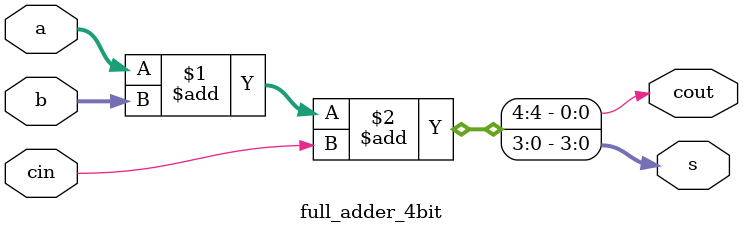
<source format=v>
`timescale 1ns / 1ps


module full_adder_4bit (s,cout,a,b,cin);
input [3:0]a,b;
input cin;
output [3:0]s;
output cout;

assign {cout,s} = a+b+cin;

endmodule
</source>
